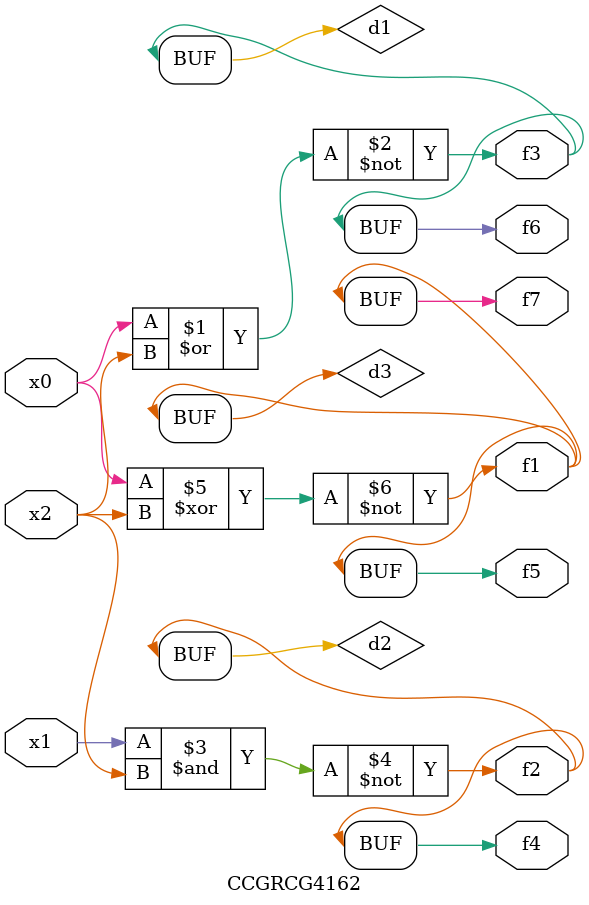
<source format=v>
module CCGRCG4162(
	input x0, x1, x2,
	output f1, f2, f3, f4, f5, f6, f7
);

	wire d1, d2, d3;

	nor (d1, x0, x2);
	nand (d2, x1, x2);
	xnor (d3, x0, x2);
	assign f1 = d3;
	assign f2 = d2;
	assign f3 = d1;
	assign f4 = d2;
	assign f5 = d3;
	assign f6 = d1;
	assign f7 = d3;
endmodule

</source>
